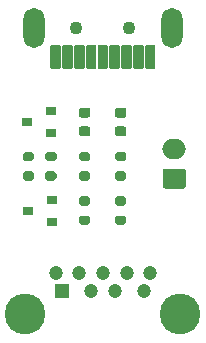
<source format=gbr>
G04 #@! TF.GenerationSoftware,KiCad,Pcbnew,5.1.10-88a1d61d58~88~ubuntu18.04.1*
G04 #@! TF.CreationDate,2021-09-17T16:00:13+02:00*
G04 #@! TF.ProjectId,GPIO-USB-Switch,4750494f-2d55-4534-922d-537769746368,rev?*
G04 #@! TF.SameCoordinates,Original*
G04 #@! TF.FileFunction,Soldermask,Top*
G04 #@! TF.FilePolarity,Negative*
%FSLAX46Y46*%
G04 Gerber Fmt 4.6, Leading zero omitted, Abs format (unit mm)*
G04 Created by KiCad (PCBNEW 5.1.10-88a1d61d58~88~ubuntu18.04.1) date 2021-09-17 16:00:13*
%MOMM*%
%LPD*%
G01*
G04 APERTURE LIST*
%ADD10R,0.900000X0.800000*%
%ADD11C,1.100000*%
%ADD12O,1.803200X3.403200*%
%ADD13O,2.000000X1.700000*%
%ADD14R,1.200000X1.200000*%
%ADD15C,1.200000*%
%ADD16C,3.450000*%
G04 APERTURE END LIST*
D10*
X148600000Y-82900000D03*
X150600000Y-81950000D03*
X150600000Y-83850000D03*
D11*
X157250000Y-74948000D03*
X152750000Y-74948000D03*
G36*
G01*
X151350000Y-78399600D02*
X150650000Y-78399600D01*
G75*
G02*
X150548400Y-78298000I0J101600D01*
G01*
X150548400Y-76498000D01*
G75*
G02*
X150650000Y-76396400I101600J0D01*
G01*
X151350000Y-76396400D01*
G75*
G02*
X151451600Y-76498000I0J-101600D01*
G01*
X151451600Y-78298000D01*
G75*
G02*
X151350000Y-78399600I-101600J0D01*
G01*
G37*
G36*
G01*
X159350000Y-78399600D02*
X158650000Y-78399600D01*
G75*
G02*
X158548400Y-78298000I0J101600D01*
G01*
X158548400Y-76498000D01*
G75*
G02*
X158650000Y-76396400I101600J0D01*
G01*
X159350000Y-76396400D01*
G75*
G02*
X159451600Y-76498000I0J-101600D01*
G01*
X159451600Y-78298000D01*
G75*
G02*
X159350000Y-78399600I-101600J0D01*
G01*
G37*
G36*
G01*
X152350000Y-78399600D02*
X151650000Y-78399600D01*
G75*
G02*
X151548400Y-78298000I0J101600D01*
G01*
X151548400Y-76498000D01*
G75*
G02*
X151650000Y-76396400I101600J0D01*
G01*
X152350000Y-76396400D01*
G75*
G02*
X152451600Y-76498000I0J-101600D01*
G01*
X152451600Y-78298000D01*
G75*
G02*
X152350000Y-78399600I-101600J0D01*
G01*
G37*
G36*
G01*
X158350000Y-78399600D02*
X157650000Y-78399600D01*
G75*
G02*
X157548400Y-78298000I0J101600D01*
G01*
X157548400Y-76498000D01*
G75*
G02*
X157650000Y-76396400I101600J0D01*
G01*
X158350000Y-76396400D01*
G75*
G02*
X158451600Y-76498000I0J-101600D01*
G01*
X158451600Y-78298000D01*
G75*
G02*
X158350000Y-78399600I-101600J0D01*
G01*
G37*
G36*
G01*
X157350000Y-78399600D02*
X156650000Y-78399600D01*
G75*
G02*
X156548400Y-78298000I0J101600D01*
G01*
X156548400Y-76498000D01*
G75*
G02*
X156650000Y-76396400I101600J0D01*
G01*
X157350000Y-76396400D01*
G75*
G02*
X157451600Y-76498000I0J-101600D01*
G01*
X157451600Y-78298000D01*
G75*
G02*
X157350000Y-78399600I-101600J0D01*
G01*
G37*
G36*
G01*
X156350000Y-78399600D02*
X155650000Y-78399600D01*
G75*
G02*
X155548400Y-78298000I0J101600D01*
G01*
X155548400Y-76498000D01*
G75*
G02*
X155650000Y-76396400I101600J0D01*
G01*
X156350000Y-76396400D01*
G75*
G02*
X156451600Y-76498000I0J-101600D01*
G01*
X156451600Y-78298000D01*
G75*
G02*
X156350000Y-78399600I-101600J0D01*
G01*
G37*
G36*
G01*
X153350000Y-78399600D02*
X152650000Y-78399600D01*
G75*
G02*
X152548400Y-78298000I0J101600D01*
G01*
X152548400Y-76498000D01*
G75*
G02*
X152650000Y-76396400I101600J0D01*
G01*
X153350000Y-76396400D01*
G75*
G02*
X153451600Y-76498000I0J-101600D01*
G01*
X153451600Y-78298000D01*
G75*
G02*
X153350000Y-78399600I-101600J0D01*
G01*
G37*
G36*
G01*
X154350000Y-78399600D02*
X153650000Y-78399600D01*
G75*
G02*
X153548400Y-78298000I0J101600D01*
G01*
X153548400Y-76498000D01*
G75*
G02*
X153650000Y-76396400I101600J0D01*
G01*
X154350000Y-76396400D01*
G75*
G02*
X154451600Y-76498000I0J-101600D01*
G01*
X154451600Y-78298000D01*
G75*
G02*
X154350000Y-78399600I-101600J0D01*
G01*
G37*
G36*
G01*
X155350000Y-78399600D02*
X154650000Y-78399600D01*
G75*
G02*
X154548400Y-78298000I0J101600D01*
G01*
X154548400Y-76498000D01*
G75*
G02*
X154650000Y-76396400I101600J0D01*
G01*
X155350000Y-76396400D01*
G75*
G02*
X155451600Y-76498000I0J-101600D01*
G01*
X155451600Y-78298000D01*
G75*
G02*
X155350000Y-78399600I-101600J0D01*
G01*
G37*
D12*
X149150000Y-74948000D03*
X160850000Y-74948000D03*
G36*
G01*
X153193750Y-83250000D02*
X153706250Y-83250000D01*
G75*
G02*
X153925000Y-83468750I0J-218750D01*
G01*
X153925000Y-83906250D01*
G75*
G02*
X153706250Y-84125000I-218750J0D01*
G01*
X153193750Y-84125000D01*
G75*
G02*
X152975000Y-83906250I0J218750D01*
G01*
X152975000Y-83468750D01*
G75*
G02*
X153193750Y-83250000I218750J0D01*
G01*
G37*
G36*
G01*
X153193750Y-81675000D02*
X153706250Y-81675000D01*
G75*
G02*
X153925000Y-81893750I0J-218750D01*
G01*
X153925000Y-82331250D01*
G75*
G02*
X153706250Y-82550000I-218750J0D01*
G01*
X153193750Y-82550000D01*
G75*
G02*
X152975000Y-82331250I0J218750D01*
G01*
X152975000Y-81893750D01*
G75*
G02*
X153193750Y-81675000I218750J0D01*
G01*
G37*
G36*
G01*
X156775000Y-86225000D02*
X156225000Y-86225000D01*
G75*
G02*
X156025000Y-86025000I0J200000D01*
G01*
X156025000Y-85625000D01*
G75*
G02*
X156225000Y-85425000I200000J0D01*
G01*
X156775000Y-85425000D01*
G75*
G02*
X156975000Y-85625000I0J-200000D01*
G01*
X156975000Y-86025000D01*
G75*
G02*
X156775000Y-86225000I-200000J0D01*
G01*
G37*
G36*
G01*
X156775000Y-87875000D02*
X156225000Y-87875000D01*
G75*
G02*
X156025000Y-87675000I0J200000D01*
G01*
X156025000Y-87275000D01*
G75*
G02*
X156225000Y-87075000I200000J0D01*
G01*
X156775000Y-87075000D01*
G75*
G02*
X156975000Y-87275000I0J-200000D01*
G01*
X156975000Y-87675000D01*
G75*
G02*
X156775000Y-87875000I-200000J0D01*
G01*
G37*
G36*
G01*
X150325000Y-87075000D02*
X150875000Y-87075000D01*
G75*
G02*
X151075000Y-87275000I0J-200000D01*
G01*
X151075000Y-87675000D01*
G75*
G02*
X150875000Y-87875000I-200000J0D01*
G01*
X150325000Y-87875000D01*
G75*
G02*
X150125000Y-87675000I0J200000D01*
G01*
X150125000Y-87275000D01*
G75*
G02*
X150325000Y-87075000I200000J0D01*
G01*
G37*
G36*
G01*
X150325000Y-85425000D02*
X150875000Y-85425000D01*
G75*
G02*
X151075000Y-85625000I0J-200000D01*
G01*
X151075000Y-86025000D01*
G75*
G02*
X150875000Y-86225000I-200000J0D01*
G01*
X150325000Y-86225000D01*
G75*
G02*
X150125000Y-86025000I0J200000D01*
G01*
X150125000Y-85625000D01*
G75*
G02*
X150325000Y-85425000I200000J0D01*
G01*
G37*
G36*
G01*
X153175000Y-87075000D02*
X153725000Y-87075000D01*
G75*
G02*
X153925000Y-87275000I0J-200000D01*
G01*
X153925000Y-87675000D01*
G75*
G02*
X153725000Y-87875000I-200000J0D01*
G01*
X153175000Y-87875000D01*
G75*
G02*
X152975000Y-87675000I0J200000D01*
G01*
X152975000Y-87275000D01*
G75*
G02*
X153175000Y-87075000I200000J0D01*
G01*
G37*
G36*
G01*
X153175000Y-85425000D02*
X153725000Y-85425000D01*
G75*
G02*
X153925000Y-85625000I0J-200000D01*
G01*
X153925000Y-86025000D01*
G75*
G02*
X153725000Y-86225000I-200000J0D01*
G01*
X153175000Y-86225000D01*
G75*
G02*
X152975000Y-86025000I0J200000D01*
G01*
X152975000Y-85625000D01*
G75*
G02*
X153175000Y-85425000I200000J0D01*
G01*
G37*
G36*
G01*
X148975000Y-86225000D02*
X148425000Y-86225000D01*
G75*
G02*
X148225000Y-86025000I0J200000D01*
G01*
X148225000Y-85625000D01*
G75*
G02*
X148425000Y-85425000I200000J0D01*
G01*
X148975000Y-85425000D01*
G75*
G02*
X149175000Y-85625000I0J-200000D01*
G01*
X149175000Y-86025000D01*
G75*
G02*
X148975000Y-86225000I-200000J0D01*
G01*
G37*
G36*
G01*
X148975000Y-87875000D02*
X148425000Y-87875000D01*
G75*
G02*
X148225000Y-87675000I0J200000D01*
G01*
X148225000Y-87275000D01*
G75*
G02*
X148425000Y-87075000I200000J0D01*
G01*
X148975000Y-87075000D01*
G75*
G02*
X149175000Y-87275000I0J-200000D01*
G01*
X149175000Y-87675000D01*
G75*
G02*
X148975000Y-87875000I-200000J0D01*
G01*
G37*
G36*
G01*
X153175000Y-90825000D02*
X153725000Y-90825000D01*
G75*
G02*
X153925000Y-91025000I0J-200000D01*
G01*
X153925000Y-91425000D01*
G75*
G02*
X153725000Y-91625000I-200000J0D01*
G01*
X153175000Y-91625000D01*
G75*
G02*
X152975000Y-91425000I0J200000D01*
G01*
X152975000Y-91025000D01*
G75*
G02*
X153175000Y-90825000I200000J0D01*
G01*
G37*
G36*
G01*
X153175000Y-89175000D02*
X153725000Y-89175000D01*
G75*
G02*
X153925000Y-89375000I0J-200000D01*
G01*
X153925000Y-89775000D01*
G75*
G02*
X153725000Y-89975000I-200000J0D01*
G01*
X153175000Y-89975000D01*
G75*
G02*
X152975000Y-89775000I0J200000D01*
G01*
X152975000Y-89375000D01*
G75*
G02*
X153175000Y-89175000I200000J0D01*
G01*
G37*
G36*
G01*
X156775000Y-89975000D02*
X156225000Y-89975000D01*
G75*
G02*
X156025000Y-89775000I0J200000D01*
G01*
X156025000Y-89375000D01*
G75*
G02*
X156225000Y-89175000I200000J0D01*
G01*
X156775000Y-89175000D01*
G75*
G02*
X156975000Y-89375000I0J-200000D01*
G01*
X156975000Y-89775000D01*
G75*
G02*
X156775000Y-89975000I-200000J0D01*
G01*
G37*
G36*
G01*
X156775000Y-91625000D02*
X156225000Y-91625000D01*
G75*
G02*
X156025000Y-91425000I0J200000D01*
G01*
X156025000Y-91025000D01*
G75*
G02*
X156225000Y-90825000I200000J0D01*
G01*
X156775000Y-90825000D01*
G75*
G02*
X156975000Y-91025000I0J-200000D01*
G01*
X156975000Y-91425000D01*
G75*
G02*
X156775000Y-91625000I-200000J0D01*
G01*
G37*
G36*
G01*
X156243750Y-83250000D02*
X156756250Y-83250000D01*
G75*
G02*
X156975000Y-83468750I0J-218750D01*
G01*
X156975000Y-83906250D01*
G75*
G02*
X156756250Y-84125000I-218750J0D01*
G01*
X156243750Y-84125000D01*
G75*
G02*
X156025000Y-83906250I0J218750D01*
G01*
X156025000Y-83468750D01*
G75*
G02*
X156243750Y-83250000I218750J0D01*
G01*
G37*
G36*
G01*
X156243750Y-81675000D02*
X156756250Y-81675000D01*
G75*
G02*
X156975000Y-81893750I0J-218750D01*
G01*
X156975000Y-82331250D01*
G75*
G02*
X156756250Y-82550000I-218750J0D01*
G01*
X156243750Y-82550000D01*
G75*
G02*
X156025000Y-82331250I0J218750D01*
G01*
X156025000Y-81893750D01*
G75*
G02*
X156243750Y-81675000I218750J0D01*
G01*
G37*
D10*
X148650000Y-90450000D03*
X150650000Y-89500000D03*
X150650000Y-91400000D03*
D13*
X161050000Y-85200000D03*
G36*
G01*
X161800000Y-88550000D02*
X160300000Y-88550000D01*
G75*
G02*
X160050000Y-88300000I0J250000D01*
G01*
X160050000Y-87100000D01*
G75*
G02*
X160300000Y-86850000I250000J0D01*
G01*
X161800000Y-86850000D01*
G75*
G02*
X162050000Y-87100000I0J-250000D01*
G01*
X162050000Y-88300000D01*
G75*
G02*
X161800000Y-88550000I-250000J0D01*
G01*
G37*
D14*
X151500000Y-97194000D03*
D15*
X154000000Y-97194000D03*
X156000000Y-97194000D03*
X158500000Y-97194000D03*
X159000000Y-95694000D03*
X157000000Y-95694000D03*
X155000000Y-95694000D03*
X153000000Y-95694000D03*
X151000000Y-95694000D03*
D16*
X148430000Y-99194000D03*
X161570000Y-99194000D03*
M02*

</source>
